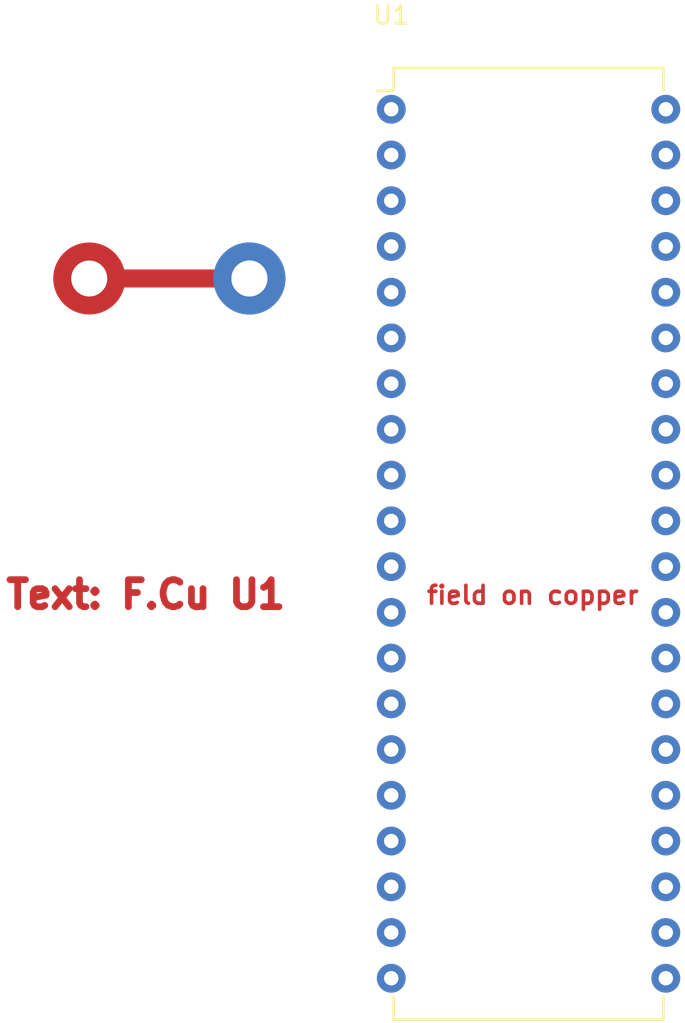
<source format=kicad_pcb>
(kicad_pcb (version 20200119) (host pcbnew "(5.99.0-1404-g52d891940-dirty)")

  (general
    (thickness 4.62)
    (drawings 1)
    (tracks 5)
    (modules 1)
    (nets 1)
  )

  (page "A4")
  (layers
    (0 "F.Cu" signal)
    (1 "In1.Cu" signal)
    (2 "In2.Cu" signal)
    (31 "B.Cu" signal)
    (32 "B.Adhes" user)
    (33 "F.Adhes" user)
    (34 "B.Paste" user)
    (35 "F.Paste" user)
    (36 "B.SilkS" user)
    (37 "F.SilkS" user)
    (38 "B.Mask" user)
    (39 "F.Mask" user)
    (40 "Dwgs.User" user)
    (41 "Cmts.User" user)
    (42 "Eco1.User" user)
    (43 "Eco2.User" user)
    (44 "Edge.Cuts" user)
    (45 "Margin" user)
    (46 "B.CrtYd" user)
    (47 "F.CrtYd" user)
    (48 "B.Fab" user)
    (49 "F.Fab" user)
  )

  (setup
    (stackup
      (layer "F.SilkS" (type "Top Silk Screen"))
      (layer "F.Paste" (type "Top Solder Paste"))
      (layer "F.Mask" (type "Top Solder Mask") (color "Green") (thickness 0.01))
      (layer "F.Cu" (type "copper") (thickness 0.035))
      (layer "dielectric 1" (type "core") (thickness 1.44) (material "FR4") (epsilon_r 4.5) (loss_tangent 0.02))
      (layer "In1.Cu" (type "copper") (thickness 0.035))
      (layer "dielectric 2" (type "prepreg") (thickness 1.51) (material "FR4") (epsilon_r 4.5) (loss_tangent 0.02))
      (layer "In2.Cu" (type "copper") (thickness 0.035))
      (layer "dielectric 3" (type "core") (thickness 1.51) (material "FR4") (epsilon_r 4.5) (loss_tangent 0.02))
      (layer "B.Cu" (type "copper") (thickness 0.035))
      (layer "B.Mask" (type "Bottom Solder Mask") (color "Green") (thickness 0.01))
      (layer "B.Paste" (type "Bottom Solder Paste"))
      (layer "B.SilkS" (type "Bottom Silk Screen"))
      (copper_finish "HAL lead-free")
      (dielectric_constraints no)
    )
    (last_trace_width 0.25)
    (user_trace_width 1)
    (trace_clearance 0.2)
    (zone_clearance 0.508)
    (zone_45_only no)
    (trace_min 0.2)
    (via_size 0.8)
    (via_drill 0.4)
    (via_min_size 0.4)
    (via_min_drill 0.3)
    (uvia_size 0.3)
    (uvia_drill 0.1)
    (uvias_allowed no)
    (uvia_min_size 0.2)
    (uvia_min_drill 0.1)
    (max_error 0.005)
    (defaults
      (edge_clearance 0.01)
      (edge_cuts_line_width 0.05)
      (courtyard_line_width 0.05)
      (copper_line_width 0.2)
      (copper_text_dims (size 1.5 1.5) (thickness 0.3))
      (silk_line_width 0.12)
      (silk_text_dims (size 1 1) (thickness 0.15))
      (other_layers_line_width 0.1)
      (other_layers_text_dims (size 1 1) (thickness 0.15))
      (dimension_units 0)
      (dimension_precision 1)
    )
    (pad_size 1.5 1.5)
    (pad_drill 0)
    (pad_to_mask_clearance 0.2)
    (aux_axis_origin 0 0)
    (visible_elements FFFFFF7F)
    (pcbplotparams
      (layerselection 0x01000_7ffffff9)
      (usegerberextensions false)
      (usegerberattributes false)
      (usegerberadvancedattributes false)
      (creategerberjobfile false)
      (excludeedgelayer true)
      (linewidth 0.101600)
      (plotframeref false)
      (viasonmask false)
      (mode 1)
      (useauxorigin false)
      (hpglpennumber 1)
      (hpglpenspeed 20)
      (hpglpendiameter 15.000000)
      (psnegative false)
      (psa4output false)
      (plotreference true)
      (plotvalue true)
      (plotinvisibletext false)
      (padsonsilk false)
      (subtractmaskfromsilk false)
      (outputformat 1)
      (mirror false)
      (drillshape 0)
      (scaleselection 1)
      (outputdirectory "${plot}")
    )
  )

  (net 0 "")

  (net_class "Default" "This is the default net class."
    (clearance 0.2)
    (trace_width 0.25)
    (via_dia 0.8)
    (via_drill 0.4)
    (uvia_dia 0.3)
    (uvia_drill 0.1)
  )

  (module "Housings_DIP:DIP-40_W15.24mm" (layer "F.Cu") (tedit 54130A77) (tstamp 00000000-0000-0000-0000-00005e384273)
    (at 164.719 77.597)
    (descr "40-lead dip package, row spacing 15.24 mm (600 mils)")
    (tags "dil dip 2.54 600")
    (fp_text reference "U1" (at 0 -5.22) (layer "F.SilkS")
      (effects (font (size 1 1) (thickness 0.15)))
    )
    (fp_text value "DIP-40_W15.24mm${stuff}" (at 0 -3.72) (layer "F.Fab")
      (effects (font (size 1 1) (thickness 0.15)))
    )
    (fp_text user "field on copper" (at 7.85622 26.98242 unlocked) (layer "F.Cu")
      (effects (font (size 1 1) (thickness 0.2)))
    )
    (fp_line (start 0.135 -1.025) (end -0.8 -1.025) (layer "F.SilkS") (width 0.15))
    (fp_line (start 0.135 50.555) (end 15.105 50.555) (layer "F.SilkS") (width 0.15))
    (fp_line (start 0.135 -2.295) (end 15.105 -2.295) (layer "F.SilkS") (width 0.15))
    (fp_line (start 0.135 50.555) (end 0.135 49.285) (layer "F.SilkS") (width 0.15))
    (fp_line (start 15.105 50.555) (end 15.105 49.285) (layer "F.SilkS") (width 0.15))
    (fp_line (start 15.105 -2.295) (end 15.105 -1.025) (layer "F.SilkS") (width 0.15))
    (fp_line (start 0.135 -2.295) (end 0.135 -1.025) (layer "F.SilkS") (width 0.15))
    (fp_line (start -1.05 50.75) (end 16.3 50.75) (layer "F.CrtYd") (width 0.05))
    (fp_line (start -1.05 -2.45) (end 16.3 -2.45) (layer "F.CrtYd") (width 0.05))
    (fp_line (start 16.3 -2.45) (end 16.3 50.75) (layer "F.CrtYd") (width 0.05))
    (fp_line (start -1.05 -2.45) (end -1.05 50.75) (layer "F.CrtYd") (width 0.05))
    (pad "40" thru_hole oval (at 15.24 0) (size 1.6 1.6) (drill 0.8) (layers *.Cu *.Mask) (tstamp 3c03b006-992b-4656-8d8b-1a40717bad9b))
    (pad "39" thru_hole oval (at 15.24 2.54) (size 1.6 1.6) (drill 0.8) (layers *.Cu *.Mask) (tstamp 17e4ee73-c0b6-4f16-a52f-3352b4c4a589))
    (pad "38" thru_hole oval (at 15.24 5.08) (size 1.6 1.6) (drill 0.8) (layers *.Cu *.Mask) (tstamp 078e3443-d124-424c-8675-549896b6e109))
    (pad "37" thru_hole oval (at 15.24 7.62) (size 1.6 1.6) (drill 0.8) (layers *.Cu *.Mask) (tstamp c80e473b-e8f3-40b2-a34a-cb8ba2396f2c))
    (pad "36" thru_hole oval (at 15.24 10.16) (size 1.6 1.6) (drill 0.8) (layers *.Cu *.Mask) (tstamp e272137d-dd3b-4558-883f-a111afa3585b))
    (pad "35" thru_hole oval (at 15.24 12.7) (size 1.6 1.6) (drill 0.8) (layers *.Cu *.Mask) (tstamp 05ee1c41-eca6-4139-9ea4-47a6d84294ba))
    (pad "34" thru_hole oval (at 15.24 15.24) (size 1.6 1.6) (drill 0.8) (layers *.Cu *.Mask) (tstamp e4636fae-e5c5-4bba-a464-4ac9b773ed47))
    (pad "33" thru_hole oval (at 15.24 17.78) (size 1.6 1.6) (drill 0.8) (layers *.Cu *.Mask) (tstamp 6ed828ab-d8d8-4fe9-b16b-ebfc33e038e4))
    (pad "32" thru_hole oval (at 15.24 20.32) (size 1.6 1.6) (drill 0.8) (layers *.Cu *.Mask) (tstamp 19d71dad-df19-4f33-b0e6-6c030568956a))
    (pad "31" thru_hole oval (at 15.24 22.86) (size 1.6 1.6) (drill 0.8) (layers *.Cu *.Mask) (tstamp 3b8bd1af-63d2-4e0c-9197-0ad6380b78d7))
    (pad "30" thru_hole oval (at 15.24 25.4) (size 1.6 1.6) (drill 0.8) (layers *.Cu *.Mask) (tstamp 3336d357-9487-4cef-80b0-4d77065fab3e))
    (pad "29" thru_hole oval (at 15.24 27.94) (size 1.6 1.6) (drill 0.8) (layers *.Cu *.Mask) (tstamp 05ebfe05-f6e7-4ad1-b07f-9b049cf5b14b))
    (pad "28" thru_hole oval (at 15.24 30.48) (size 1.6 1.6) (drill 0.8) (layers *.Cu *.Mask) (tstamp 24d921f2-823b-411d-a601-08992f32e566))
    (pad "27" thru_hole oval (at 15.24 33.02) (size 1.6 1.6) (drill 0.8) (layers *.Cu *.Mask) (tstamp 456fa4e1-431b-49d2-a1db-9738e920f534))
    (pad "26" thru_hole oval (at 15.24 35.56) (size 1.6 1.6) (drill 0.8) (layers *.Cu *.Mask) (tstamp 991a8590-8312-43da-b38f-102ea1fac869))
    (pad "25" thru_hole oval (at 15.24 38.1) (size 1.6 1.6) (drill 0.8) (layers *.Cu *.Mask) (tstamp 63a7153a-fee4-461e-a81d-346402828e19))
    (pad "24" thru_hole oval (at 15.24 40.64) (size 1.6 1.6) (drill 0.8) (layers *.Cu *.Mask) (tstamp df527ce2-b732-425c-950a-a2246d2e2816))
    (pad "23" thru_hole oval (at 15.24 43.18) (size 1.6 1.6) (drill 0.8) (layers *.Cu *.Mask) (tstamp 2652c9ab-ff66-4247-bb34-3a859d22dd65))
    (pad "22" thru_hole oval (at 15.24 45.72) (size 1.6 1.6) (drill 0.8) (layers *.Cu *.Mask) (tstamp 1f4cc26e-f3c7-4fb3-b473-460f7b146bc1))
    (pad "21" thru_hole oval (at 15.24 48.26) (size 1.6 1.6) (drill 0.8) (layers *.Cu *.Mask) (tstamp 32fe534f-83ab-48c1-bece-80fc1226c6d7))
    (pad "20" thru_hole oval (at 0 48.26) (size 1.6 1.6) (drill 0.8) (layers *.Cu *.Mask) (tstamp e876604e-ed53-40dd-9e3d-8ae62c69ec6f))
    (pad "19" thru_hole oval (at 0 45.72) (size 1.6 1.6) (drill 0.8) (layers *.Cu *.Mask) (tstamp d17f5e4d-a323-40ff-996e-9d1748ea4193))
    (pad "18" thru_hole oval (at 0 43.18) (size 1.6 1.6) (drill 0.8) (layers *.Cu *.Mask) (tstamp e0797ab1-555e-4086-945b-6adb8e80549c))
    (pad "17" thru_hole oval (at 0 40.64) (size 1.6 1.6) (drill 0.8) (layers *.Cu *.Mask) (tstamp 898c11b5-3a02-432c-a417-e902595c7baa))
    (pad "16" thru_hole oval (at 0 38.1) (size 1.6 1.6) (drill 0.8) (layers *.Cu *.Mask) (tstamp ea9d9849-4c1c-4767-bc66-4a07ba4f6072))
    (pad "15" thru_hole oval (at 0 35.56) (size 1.6 1.6) (drill 0.8) (layers *.Cu *.Mask) (tstamp 288bbbf0-75a5-4670-91ca-5f36d3c210d6))
    (pad "14" thru_hole oval (at 0 33.02) (size 1.6 1.6) (drill 0.8) (layers *.Cu *.Mask) (tstamp 9d83fd3c-30f0-410d-b81f-c06388279e95))
    (pad "13" thru_hole oval (at 0 30.48) (size 1.6 1.6) (drill 0.8) (layers *.Cu *.Mask) (tstamp 8d278dd7-c747-4010-9785-831b0766e30a))
    (pad "12" thru_hole oval (at 0 27.94) (size 1.6 1.6) (drill 0.8) (layers *.Cu *.Mask) (tstamp f0bbe286-d2de-445f-ac17-8293f5dc5a01))
    (pad "11" thru_hole oval (at 0 25.4) (size 1.6 1.6) (drill 0.8) (layers *.Cu *.Mask) (tstamp ef8288b1-8803-486f-884f-7b7ad74f6c41))
    (pad "10" thru_hole oval (at 0 22.86) (size 1.6 1.6) (drill 0.8) (layers *.Cu *.Mask) (tstamp 9434a295-ac46-41d0-9f94-9671cf7b99b0))
    (pad "9" thru_hole oval (at 0 20.32) (size 1.6 1.6) (drill 0.8) (layers *.Cu *.Mask) (tstamp 6ba3a876-a0b2-4c5a-b07a-0387a0d52657))
    (pad "8" thru_hole oval (at 0 17.78) (size 1.6 1.6) (drill 0.8) (layers *.Cu *.Mask) (tstamp 1382b21a-9297-41c7-95bb-c4c8a5cf04dc))
    (pad "7" thru_hole oval (at 0 15.24) (size 1.6 1.6) (drill 0.8) (layers *.Cu *.Mask) (tstamp 87e8c4e5-6cef-426d-90b6-0abce8bcec3f))
    (pad "6" thru_hole oval (at 0 12.7) (size 1.6 1.6) (drill 0.8) (layers *.Cu *.Mask) (tstamp bc4f65fe-8685-4fe9-b6e0-f903c1e2bae5))
    (pad "5" thru_hole oval (at 0 10.16) (size 1.6 1.6) (drill 0.8) (layers *.Cu *.Mask) (tstamp 687510dd-b060-4c32-8ca8-3f1db85c0207))
    (pad "4" thru_hole oval (at 0 7.62) (size 1.6 1.6) (drill 0.8) (layers *.Cu *.Mask) (tstamp ef6bbd64-4a61-433f-90b6-1c71e2b5ea83))
    (pad "3" thru_hole oval (at 0 5.08) (size 1.6 1.6) (drill 0.8) (layers *.Cu *.Mask) (tstamp 72b089cd-8b4d-41b2-8e3f-4222bed7df10))
    (pad "2" thru_hole oval (at 0 2.54) (size 1.6 1.6) (drill 0.8) (layers *.Cu *.Mask) (tstamp 54f38516-e465-4f36-9335-8003d6c4f47c))
    (pad "1" thru_hole oval (at 0 0) (size 1.6 1.6) (drill 0.8) (layers *.Cu *.Mask) (tstamp 02483e4d-3ab1-489c-951b-83a16cc9b30a))
    (model "/Users/jeff/kicad/Package_QFP.3dshapes/HTQFP-64-1EP_10x10mm_P0.5mm_EP8x8mm.wrl"
      (opacity 0.6500)      (offset (xyz 0 -13 0))
      (scale (xyz 1 1 1))
      (rotate (xyz 0 0 0))
    )
    (model "/Users/jeff/kicad/Package_QFP.3dshapes/TQFP-48_7x7mm_P0.5mm.wrl"
      (opacity 0.2100)      (at (xyz 0 0 0))
      (scale (xyz 1 1 1))
      (rotate (xyz 0 0 0))
    )
  )

  (gr_text "Text: ${LAYER} ${00000000-0000-0000-0000-00005e384273:REFERENCE}" (at 151.0919 104.5464) (layer "F.Cu") (tstamp 4a940769-dbd0-4522-898c-8e905a074b1e)
    (effects (font (size 1.5 1.5) (thickness 0.375)))
  )

  (segment (start 156.93898 86.995) (end 148.04898 86.995) (width 1) (layer "F.Cu") (net 0) (tstamp cae62b0c-d3ee-4246-bdc8-283dac6f3145))
  (via (at 156.84754 86.995) (size 4) (drill 2) (layers "F.Cu" "B.Cu") (net 0) (tstamp 19ccc761-ed00-4cfc-bfdb-96decfd7b640))
  (segment (start 156.845 86.995) (end 147.955 86.995) (width 1) (layer "F.Cu") (net 0) (tstamp 5b13b4cc-9d32-4a9c-92f5-295a3af198b7))
  (via (at 156.845 86.995) (size 4) (drill 2) (layers "F.Cu" "B.Cu") (net 0) (tstamp 9f3db980-ce93-4ae6-813a-9832a6affc36))
  (via blind (at 147.955 86.995) (size 4) (drill 2) (layers "F.Cu" "In1.Cu") (net 0) (tstamp 645cc3b2-3724-4b57-962a-a7d28e4f84a5))

)

</source>
